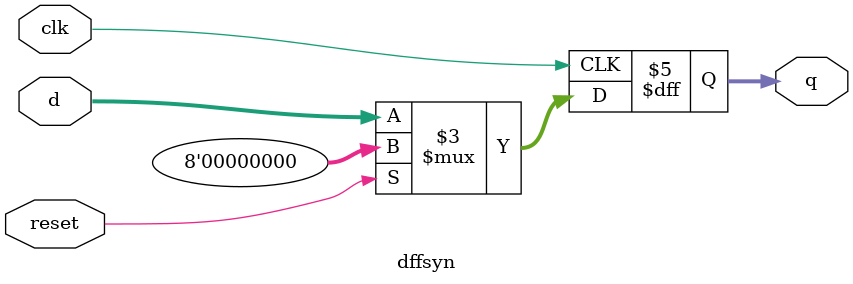
<source format=sv>
module dffsyn (
    input clk,
    input reset,            
    input [7:0] d,
    output reg [7:0] q
);
    always@(posedge clk) begin
        if(reset)
            q<=8'b00000000;
        else
            q<=d;
    end
endmodule
</source>
